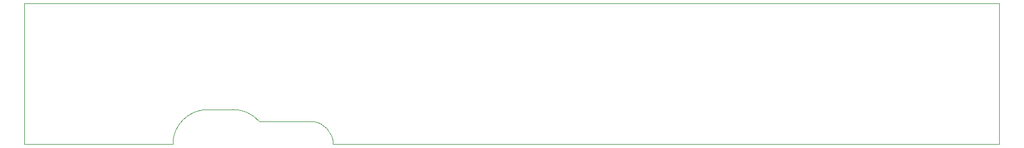
<source format=gbr>
%TF.GenerationSoftware,KiCad,Pcbnew,8.0.9*%
%TF.CreationDate,2025-05-08T22:04:52-05:00*%
%TF.ProjectId,SPD_Demon,5350445f-4465-46d6-9f6e-2e6b69636164,rev?*%
%TF.SameCoordinates,Original*%
%TF.FileFunction,Profile,NP*%
%FSLAX46Y46*%
G04 Gerber Fmt 4.6, Leading zero omitted, Abs format (unit mm)*
G04 Created by KiCad (PCBNEW 8.0.9) date 2025-05-08 22:04:52*
%MOMM*%
%LPD*%
G01*
G04 APERTURE LIST*
%TA.AperFunction,Profile*%
%ADD10C,0.050000*%
%TD*%
G04 APERTURE END LIST*
D10*
X47625000Y-45466000D02*
G75*
G02*
X52832000Y-40259000I5207000J0D01*
G01*
X68473486Y-42037000D02*
G75*
G02*
X71657894Y-45466000I-253986J-3429000D01*
G01*
X52832000Y-40259000D02*
X56642000Y-40259000D01*
X47625000Y-45466000D02*
X25400000Y-45466000D01*
X171450000Y-24384000D02*
X171450000Y-45466000D01*
X25400000Y-45466000D02*
X25400000Y-24384000D01*
X60568502Y-42037000D02*
X68473486Y-42037000D01*
X171450000Y-45466000D02*
X71657880Y-45466000D01*
X171450000Y-24384000D02*
X25400000Y-24384000D01*
X56642000Y-40252992D02*
G75*
G02*
X60568502Y-42037000I0J-5213008D01*
G01*
M02*

</source>
